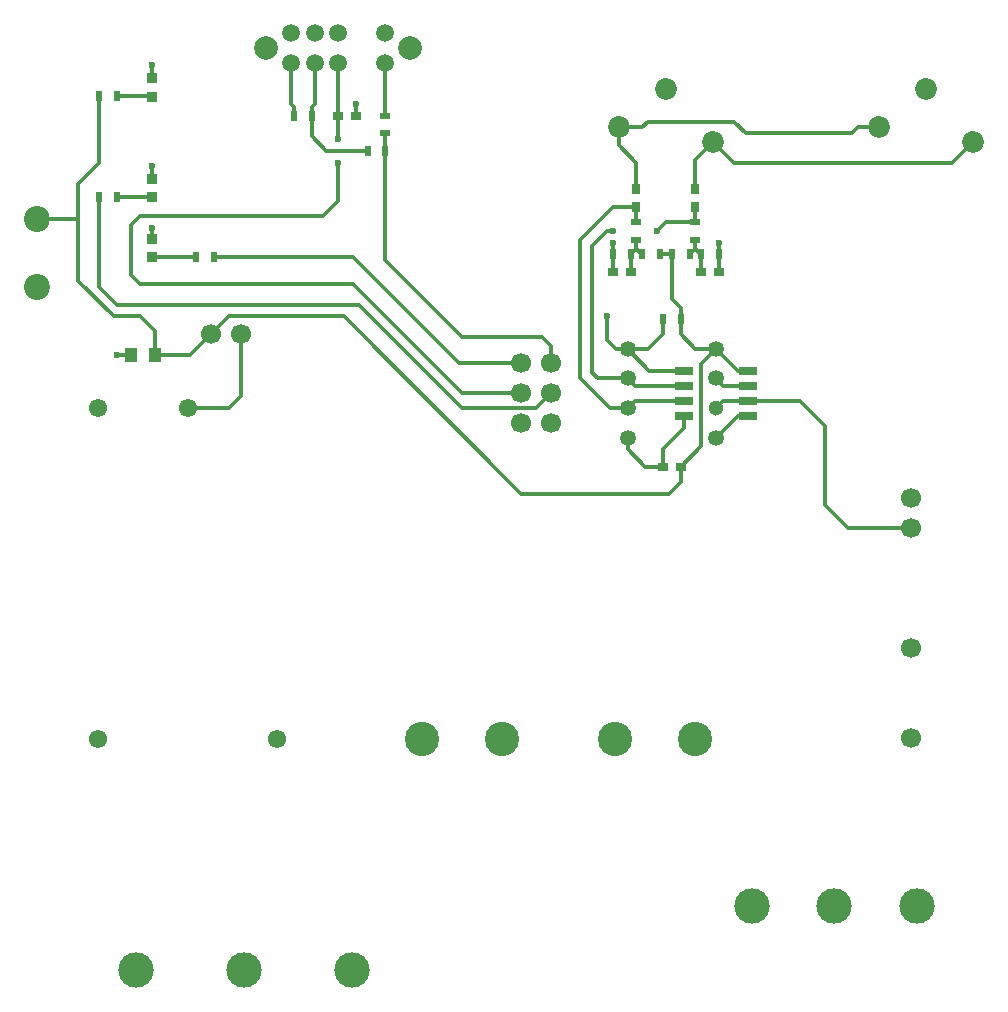
<source format=gtl>
%FSLAX46Y46*%
%MOMM*%
%ADD10C,0.300000*%
%AMPS25*
1,1,2.000000,0.000000,0.000000*
%
%ADD25PS25*%
%AMPS26*
1,1,1.500000,0.000000,0.000000*
%
%ADD26PS26*%
%AMPS30*
1,1,1.350000,0.000000,0.000000*
%
%ADD30PS30*%
%AMPS29*
1,1,1.300000,0.000000,0.000000*
%
%ADD29PS29*%
%AMPS34*
1,1,1.550000,0.000000,0.000000*
%
%ADD34PS34*%
%AMPS33*
1,1,3.000000,0.000000,0.000000*
%
%ADD33PS33*%
%AMPS21*
1,1,2.200000,0.000000,0.000000*
%
%ADD21PS21*%
%AMPS31*
1,1,1.350000,0.000000,0.000000*
%
%ADD31PS31*%
%AMPS36*
1,1,3.000000,0.000000,0.000000*
%
%ADD36PS36*%
%AMPS12*
1,1,1.850000,0.000000,0.000000*
%
%ADD12PS12*%
%AMPS28*
1,1,1.700000,0.000000,0.000000*
%
%ADD28PS28*%
%AMPS17*
1,1,1.700000,0.000000,0.000000*
%
%ADD17PS17*%
%AMPS27*
1,1,1.700000,0.000000,0.000000*
%
%ADD27PS27*%
%AMPS19*
1,1,2.900000,0.000000,0.000000*
%
%ADD19PS19*%
%AMPS15*
1,1,2.900000,0.000000,0.000000*
%
%ADD15PS15*%
%AMPS20*
21,1,0.800000,0.800000,0.000000,0.000000,270.000000*
%
%ADD20PS20*%
%AMPS14*
21,1,0.600000,1.500000,0.000000,0.000000,90.000000*
%
%ADD14PS14*%
%AMPS13*
21,1,0.600000,1.500000,0.000000,0.000000,270.000000*
%
%ADD13PS13*%
%AMPS35*
21,1,1.000000,1.250000,0.000000,0.000000,180.000000*
%
%ADD35PS35*%
%AMPS16*
21,1,0.800000,0.750000,0.000000,0.000000,0.000000*
%
%ADD16PS16*%
%AMPS18*
21,1,0.800000,0.750000,0.000000,0.000000,90.000000*
%
%ADD18PS18*%
%AMPS22*
21,1,0.800000,0.750000,0.000000,0.000000,180.000000*
%
%ADD22PS22*%
%AMPS24*
21,1,0.500000,0.900000,0.000000,0.000000,0.000000*
%
%ADD24PS24*%
%AMPS32*
21,1,0.500000,0.900000,0.000000,0.000000,90.000000*
%
%ADD32PS32*%
%AMPS11*
21,1,0.500000,0.900000,0.000000,0.000000,180.000000*
%
%ADD11PS11*%
%AMPS23*
21,1,0.500000,0.900000,0.000000,0.000000,270.000000*
%
%ADD23PS23*%
%AMPS37*
1,1,0.600000,0.000000,0.000000*
%
%ADD37PS37*%
G01*
G01*
%LPD*%
D10*
X62300000Y67885000D02*
X58115000Y67885000D01*
D10*
X33000000Y90750000D02*
X33000000Y95250000D01*
D10*
X34250000Y76500000D02*
X16250000Y76500000D01*
D10*
X14250000Y92382600D02*
X17300000Y92382600D01*
D10*
X78750000Y89750000D02*
X77000000Y89750000D01*
D10*
X56250000Y79000000D02*
X56250000Y80000000D01*
D10*
X11000000Y85000000D02*
X11000000Y82000000D01*
D10*
X62000000Y61000000D02*
X63750000Y62750000D01*
D10*
X77000000Y89750000D02*
X76500000Y89250000D01*
D10*
X21000000Y78793600D02*
X17300000Y78793600D01*
D10*
X57500000Y68500000D02*
X55000000Y68500000D01*
D10*
X56750000Y89750000D02*
X56750000Y88250000D01*
D10*
X29000000Y91750000D02*
X29000000Y95250000D01*
D10*
X55750000Y81000000D02*
X56250000Y81000000D01*
D10*
X14000000Y73750000D02*
X16250000Y73750000D01*
D10*
X17499944Y70500008D02*
X20480008Y70500008D01*
D10*
X48480000Y67250000D02*
X47530000Y67250000D01*
D10*
X56250000Y83000000D02*
X57775000Y83000000D01*
D10*
X63750000Y77500000D02*
X63750000Y79000000D01*
D10*
X66845000Y69155000D02*
X65000000Y71000000D01*
D10*
X67700000Y66615000D02*
X65615000Y66615000D01*
D10*
X16250000Y76500000D02*
X15500000Y77250000D01*
D10*
X43500000Y67250000D02*
X34250000Y76500000D01*
D10*
X66500010Y90249990D02*
X59249990Y90249990D01*
D10*
X63250000Y87000000D02*
X64750000Y88500000D01*
D10*
X65250000Y79000000D02*
X65250000Y80000000D01*
D10*
X48500000Y58750000D02*
X61000000Y58750000D01*
D10*
X63250000Y83000000D02*
X63250000Y81750000D01*
D10*
X29250000Y91500000D02*
X29000000Y91750000D01*
D10*
X56750000Y88250000D02*
X58250000Y86750000D01*
D10*
X17499944Y72500056D02*
X17499944Y70500008D01*
D10*
X17300000Y83873600D02*
X17250000Y83823600D01*
D10*
X61000000Y58750000D02*
X62000000Y59750000D01*
D10*
X30750000Y90750000D02*
X30750000Y91500000D01*
D10*
X60000000Y81000000D02*
X60750000Y81750000D01*
D10*
X58115000Y67885000D02*
X57500000Y68500000D01*
D10*
X43500000Y65999990D02*
X34749990Y74750000D01*
D10*
X48480000Y69790000D02*
X43253600Y69790000D01*
D10*
X65615000Y66615000D02*
X65000000Y66000000D01*
D10*
X67700000Y69155000D02*
X66845000Y69155000D01*
D10*
X55750000Y71750000D02*
X56500000Y71000000D01*
D10*
X31000000Y91750000D02*
X31000000Y95250000D01*
D10*
X59250000Y71000000D02*
X57500000Y71000000D01*
D10*
X17250000Y80343600D02*
X17250000Y81250000D01*
D10*
X14250008Y70500008D02*
X14250000Y70500000D01*
D10*
X14250000Y83823600D02*
X17250000Y83823600D01*
D10*
X50250000Y72000000D02*
X43500000Y72000000D01*
D10*
X59000000Y61000000D02*
X57500000Y62500000D01*
D10*
X65615000Y67885000D02*
X65000000Y68500000D01*
D10*
X35500000Y87750000D02*
X32000000Y87750000D01*
D10*
X60750000Y81750000D02*
X63250000Y81750000D01*
D10*
X59345000Y69155000D02*
X57500000Y71000000D01*
D10*
X62300000Y69155000D02*
X59345000Y69155000D01*
D10*
X53500000Y80250000D02*
X56250000Y83000000D01*
D10*
X64750000Y88500000D02*
X66500000Y86750000D01*
D10*
X74250000Y64500000D02*
X74250000Y57750000D01*
D10*
X16250000Y82250000D02*
X31750000Y82250000D01*
D10*
X37000000Y90750000D02*
X37000000Y95250000D01*
D10*
X60500000Y61000000D02*
X60500000Y62500000D01*
D10*
X37000000Y78500000D02*
X37000000Y87750000D01*
D10*
X55000000Y68500000D02*
X54500000Y69000000D01*
D10*
X60500000Y61000000D02*
X59000000Y61000000D01*
D10*
X48480000Y67250000D02*
X43500000Y67250000D01*
D10*
X56250000Y77500000D02*
X56250000Y79000000D01*
D10*
X43500000Y72000000D02*
X37000000Y78500000D01*
D10*
X17300000Y78793600D02*
X17250000Y78743600D01*
D10*
X62000000Y59750000D02*
X62000000Y61000000D01*
D10*
X23750000Y66000000D02*
X24770000Y67020000D01*
D10*
X12750000Y92382600D02*
X12750000Y86750000D01*
D10*
X65250000Y77500000D02*
X65250000Y79000000D01*
D10*
X51020000Y67250000D02*
X49769990Y65999990D01*
D10*
X58250000Y86750000D02*
X58250000Y84500000D01*
D10*
X67700000Y66615000D02*
X72135000Y66615000D01*
D10*
X60500000Y73500000D02*
X60500000Y72250000D01*
D10*
X63250000Y79500000D02*
X62750000Y79000000D01*
D10*
X30750000Y89000000D02*
X30750000Y90750000D01*
D10*
X54500000Y69000000D02*
X54500000Y79750000D01*
D10*
X58750000Y89750000D02*
X56750000Y89750000D01*
D10*
X62000000Y72250000D02*
X63250000Y71000000D01*
D10*
X53500000Y68500000D02*
X53500000Y80250000D01*
D10*
X23730000Y73750000D02*
X33500000Y73750000D01*
D10*
X76500000Y89250000D02*
X67500000Y89250000D01*
D10*
X20480008Y70500008D02*
X22230000Y72250000D01*
D10*
X60250000Y79000000D02*
X61250000Y79000000D01*
D10*
X17300000Y92382600D02*
X17250000Y92332600D01*
D10*
X17250000Y85423600D02*
X17250000Y86500000D01*
D10*
X61250000Y75250000D02*
X62000000Y74500000D01*
D10*
X72135000Y66615000D02*
X74250000Y64500000D01*
D10*
X29250000Y90750000D02*
X29250000Y91500000D01*
D10*
X63250000Y84500000D02*
X63250000Y87000000D01*
D10*
X54500000Y79750000D02*
X55750000Y81000000D01*
D10*
X56000000Y66000000D02*
X53500000Y68500000D01*
D10*
X63250000Y71000000D02*
X65000000Y71000000D01*
D10*
X17250000Y93932600D02*
X17250000Y95000000D01*
D10*
X34749990Y74750000D02*
X14250000Y74750000D01*
D10*
X66845000Y65345000D02*
X65000000Y63500000D01*
D10*
X12750000Y76250000D02*
X14250000Y74750000D01*
D10*
X22230000Y72250000D02*
X23730000Y73750000D01*
D10*
X57750000Y79000000D02*
X57750000Y77500000D01*
D10*
X16250000Y73750000D02*
X17499944Y72500056D01*
D10*
X60500000Y62500000D02*
X62300000Y64300000D01*
D10*
X55750000Y73750000D02*
X55750000Y71750000D01*
D10*
X58250000Y81750000D02*
X58250000Y83000000D01*
D10*
X7500000Y82000000D02*
X11000000Y82000000D01*
D10*
X49769990Y65999990D02*
X43500000Y65999990D01*
D10*
X31750000Y82250000D02*
X33000000Y83500000D01*
D10*
X81500000Y55870000D02*
X76130000Y55870000D01*
D10*
X11000000Y76750000D02*
X14000000Y73750000D01*
D10*
X66500000Y86750000D02*
X85000000Y86750000D01*
D10*
X43253600Y69790000D02*
X34250000Y78793600D01*
D10*
X51020000Y71230000D02*
X50250000Y72000000D01*
D10*
X63250000Y79500000D02*
X63750000Y79000000D01*
D10*
X51020000Y69790000D02*
X51020000Y71230000D01*
D10*
X33000000Y88750000D02*
X33000000Y90750000D01*
D10*
X63750000Y62750000D02*
X63750000Y69750000D01*
D10*
X34250000Y78793600D02*
X22500000Y78793600D01*
D10*
X12750000Y86750000D02*
X11000000Y85000000D01*
D10*
X57775000Y83000000D02*
X58250000Y83000000D01*
D10*
X58250000Y79500000D02*
X58750000Y79000000D01*
D10*
X56500000Y71000000D02*
X57500000Y71000000D01*
D10*
X30750000Y91500000D02*
X31000000Y91750000D01*
D10*
X67700000Y65345000D02*
X66845000Y65345000D01*
D10*
X15500000Y81500000D02*
X16250000Y82250000D01*
D10*
X59249990Y90249990D02*
X58750000Y89750000D01*
D10*
X67500000Y89250000D02*
X66500010Y90249990D01*
D10*
X62300000Y66615000D02*
X58115000Y66615000D01*
D10*
X58115000Y66615000D02*
X57500000Y66000000D01*
D10*
X12750000Y83823600D02*
X12750000Y76250000D01*
D10*
X62300000Y64300000D02*
X62300000Y65345000D01*
D10*
X61250000Y79000000D02*
X61250000Y75250000D01*
D10*
X63250000Y79500000D02*
X63250000Y80250000D01*
D10*
X57500000Y62500000D02*
X57500000Y63500000D01*
D10*
X32000000Y87750000D02*
X30750000Y89000000D01*
D10*
X63750000Y69750000D02*
X65000000Y71000000D01*
D10*
X67700000Y67885000D02*
X65615000Y67885000D01*
D10*
X58250000Y79500000D02*
X58250000Y80250000D01*
D10*
X34500000Y90750000D02*
X34500000Y91750000D01*
D10*
X58250000Y79500000D02*
X57750000Y79000000D01*
D10*
X60500000Y72250000D02*
X59250000Y71000000D01*
D10*
X74250000Y57750000D02*
X76130000Y55870000D01*
D10*
X15499944Y70500008D02*
X14250008Y70500008D01*
D10*
X33000000Y83500000D02*
X33000000Y86750000D01*
D10*
X62000000Y73500000D02*
X62000000Y72250000D01*
D10*
X37000000Y87750000D02*
X37000000Y89250000D01*
D10*
X20250000Y66000000D02*
X23750000Y66000000D01*
D10*
X11000000Y82000000D02*
X11000000Y76750000D01*
D10*
X15500000Y77250000D02*
X15500000Y81500000D01*
D10*
X85000000Y86750000D02*
X86750000Y88500000D01*
D10*
X24770000Y67020000D02*
X24770000Y72250000D01*
D10*
X33500000Y73750000D02*
X48500000Y58750000D01*
D10*
X57500000Y66000000D02*
X56000000Y66000000D01*
D10*
X62000000Y74500000D02*
X62000000Y73500000D01*
D11*
X60250000Y79000000D03*
D11*
X58750000Y79000000D03*
D12*
X64750000Y88500000D03*
D12*
X60750000Y93000000D03*
D12*
X56750000Y89750000D03*
D13*
X62300000Y67885000D03*
D13*
X62300000Y65345000D03*
D14*
X67700000Y67885000D03*
D13*
X62300000Y69155000D03*
D13*
X62300000Y66615000D03*
D14*
X67700000Y65345000D03*
D14*
X67700000Y66615000D03*
D14*
X67700000Y69155000D03*
D15*
X63230000Y38000000D03*
D15*
X56470000Y38000000D03*
D11*
X14250000Y92382600D03*
D11*
X12750000Y92382600D03*
D16*
X62000000Y61000000D03*
D16*
X60500000Y61000000D03*
D17*
X22230000Y72250000D03*
D17*
X24770000Y72250000D03*
D18*
X63250000Y84500000D03*
D18*
X63250000Y83000000D03*
D12*
X86750000Y88500000D03*
D12*
X82750000Y93000000D03*
D12*
X78750000Y89750000D03*
D18*
X58250000Y84500000D03*
D18*
X58250000Y83000000D03*
D19*
X40120000Y38000000D03*
D19*
X46880000Y38000000D03*
D20*
X17250000Y85423600D03*
D20*
X17250000Y83823600D03*
D11*
X37000000Y87750000D03*
D11*
X35500000Y87750000D03*
D21*
X7500000Y76250000D03*
D11*
X14250000Y83823600D03*
D11*
X12750000Y83823600D03*
D22*
X63750000Y77500000D03*
D22*
X65250000Y77500000D03*
D23*
X37000000Y90750000D03*
D23*
X37000000Y89250000D03*
D24*
X61250000Y79000000D03*
D24*
X62750000Y79000000D03*
D24*
X21000000Y78793600D03*
D24*
X22500000Y78793600D03*
D25*
X39100000Y96500000D03*
D25*
X26900000Y96500000D03*
D26*
X29000000Y97750000D03*
D26*
X33000000Y95250000D03*
D26*
X37000000Y95250000D03*
D26*
X37000000Y97750000D03*
D26*
X31000000Y97750000D03*
D26*
X31000000Y95250000D03*
D26*
X29000000Y95250000D03*
D26*
X33000000Y97750000D03*
D11*
X30750000Y90750000D03*
D11*
X29250000Y90750000D03*
D27*
X81500000Y38090000D03*
D27*
X81500000Y45710000D03*
D27*
X81500000Y58410000D03*
D27*
X81500000Y55870000D03*
D22*
X33000000Y90750000D03*
D22*
X34500000Y90750000D03*
D28*
X51020000Y67250000D03*
D28*
X48480000Y69790000D03*
D28*
X51020000Y69790000D03*
D28*
X48480000Y64710000D03*
D28*
X48480000Y67250000D03*
D28*
X51020000Y64710000D03*
D29*
X65000000Y66000000D03*
D30*
X57500000Y68500000D03*
D30*
X65000000Y63500000D03*
D30*
X65000000Y68500000D03*
D31*
X65000000Y71000000D03*
D30*
X57500000Y63500000D03*
D30*
X57500000Y71000000D03*
D30*
X57500000Y66000000D03*
D32*
X63250000Y80250000D03*
D32*
X63250000Y81750000D03*
D33*
X82000000Y23850000D03*
D33*
X75000000Y23850000D03*
D33*
X68000000Y23850000D03*
D34*
X12650000Y66000000D03*
D34*
X20250000Y66000000D03*
D34*
X27850000Y38000000D03*
D34*
X12650000Y38000000D03*
D11*
X57750000Y79000000D03*
D11*
X56250000Y79000000D03*
D20*
X17250000Y93932600D03*
D20*
X17250000Y92332600D03*
D11*
X62000000Y73500000D03*
D11*
X60500000Y73500000D03*
D24*
X63750000Y79000000D03*
D24*
X65250000Y79000000D03*
D16*
X57750000Y77500000D03*
D16*
X56250000Y77500000D03*
D35*
X17499944Y70500008D03*
D35*
X15499944Y70500008D03*
D32*
X58250000Y80250000D03*
D32*
X58250000Y81750000D03*
D21*
X7500000Y82000000D03*
D36*
X34140000Y18400000D03*
D36*
X25000000Y18400000D03*
D36*
X15860000Y18400000D03*
D20*
X17250000Y80343600D03*
D20*
X17250000Y78743600D03*
D37*
X33000000Y88750000D03*
D37*
X17250000Y95000000D03*
D37*
X60000000Y81000000D03*
D37*
X17250000Y81250000D03*
D37*
X17250000Y86500000D03*
D37*
X33000000Y86750000D03*
D37*
X56250000Y81000000D03*
D37*
X65250000Y80000000D03*
D37*
X14250000Y70500000D03*
D37*
X56250000Y80000000D03*
D37*
X55750000Y73750000D03*
D37*
X34500000Y91750000D03*
M02*

</source>
